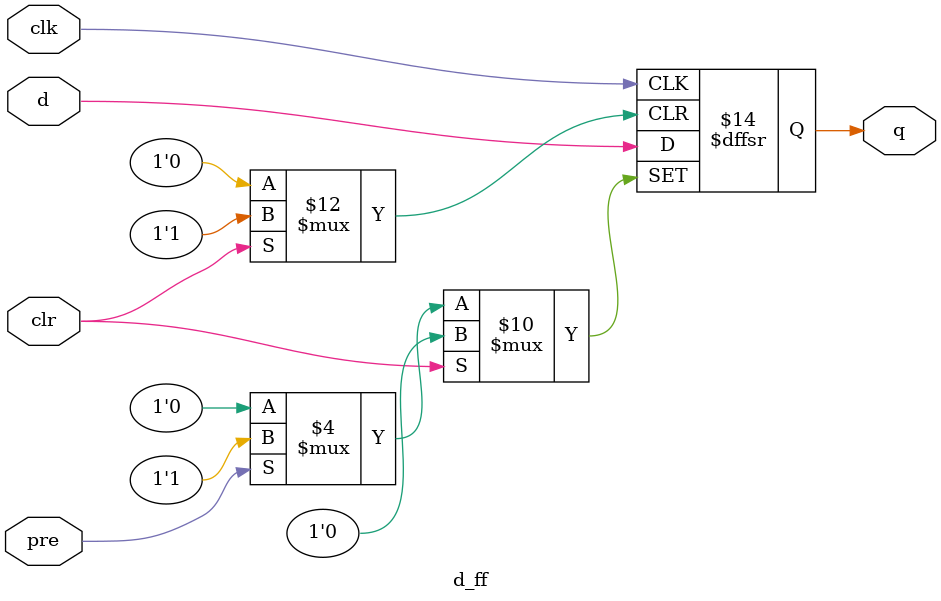
<source format=v>
module Lab1(
	input clk,
	input en,
	input [2:0] value,
	output [2:0] q
);
	
	wire [2:0] clear, preset;
	genvar k;
	generate
		for(k = 0; k < 3; k=k+1) begin: pre_clr
			assign clear[k] = en & ~value[k];
			assign preset[k] = en & value[k];
		end
	endgenerate
	
	wire d0, d1, d2;
	assign d0 = q[2]&(~(q[1]^q[0])) | (~q[2]&q[1]&~q[0]);
	assign d1 = ~q[1] | ~(q[2]^q[0]);
	assign d2 = ~q[0] | (~q[2]&~q[1]);
	
	d_ff d_ff2(.clk(clk), .d(d2), .clr(clear[2]), .pre(preset[2]), .q(q[2]));
	d_ff d_ff1(.clk(clk), .d(d1), .clr(clear[1]), .pre(preset[1]), .q(q[1]));
	d_ff d_ff0(.clk(clk), .d(d0), .clr(clear[0]), .pre(preset[0]), .q(q[0]));
endmodule

module d_ff(
	input clk,
	input d,
	input clr,
	input pre,
	output reg q
);
	always @(posedge clk or posedge clr or posedge pre) begin
		if(clr) q <= 0;
		else if(pre) q <= 1;
		else q <= d;
	end
endmodule

</source>
